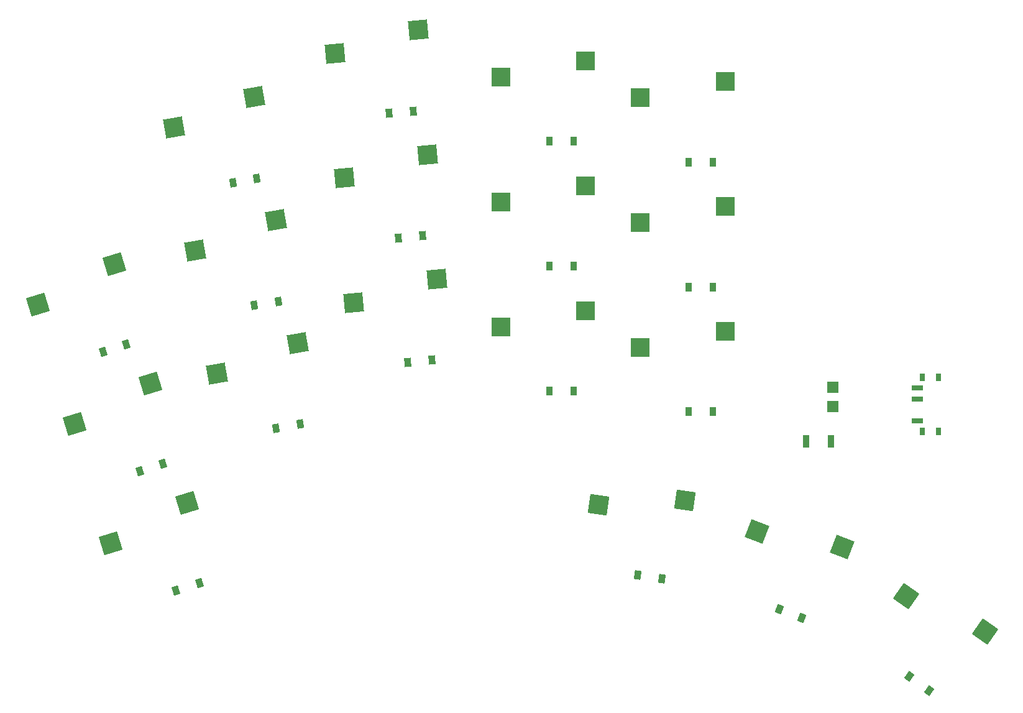
<source format=gbr>
%TF.GenerationSoftware,KiCad,Pcbnew,7.0.5*%
%TF.CreationDate,2024-04-29T22:33:29+02:00*%
%TF.ProjectId,porcupine,706f7263-7570-4696-9e65-2e6b69636164,v0.0.1*%
%TF.SameCoordinates,Original*%
%TF.FileFunction,Paste,Top*%
%TF.FilePolarity,Positive*%
%FSLAX46Y46*%
G04 Gerber Fmt 4.6, Leading zero omitted, Abs format (unit mm)*
G04 Created by KiCad (PCBNEW 7.0.5) date 2024-04-29 22:33:29*
%MOMM*%
%LPD*%
G01*
G04 APERTURE LIST*
G04 Aperture macros list*
%AMRotRect*
0 Rectangle, with rotation*
0 The origin of the aperture is its center*
0 $1 length*
0 $2 width*
0 $3 Rotation angle, in degrees counterclockwise*
0 Add horizontal line*
21,1,$1,$2,0,0,$3*%
G04 Aperture macros list end*
%ADD10RotRect,2.600000X2.600000X17.000000*%
%ADD11RotRect,2.600000X2.600000X10.000000*%
%ADD12RotRect,2.600000X2.600000X5.000000*%
%ADD13R,2.600000X2.600000*%
%ADD14RotRect,2.600000X2.600000X352.000000*%
%ADD15RotRect,2.600000X2.600000X339.000000*%
%ADD16RotRect,2.600000X2.600000X325.000000*%
%ADD17RotRect,0.900000X1.200000X17.000000*%
%ADD18RotRect,0.900000X1.200000X10.000000*%
%ADD19RotRect,0.900000X1.200000X5.000000*%
%ADD20R,0.900000X1.200000*%
%ADD21RotRect,0.900000X1.200000X352.000000*%
%ADD22RotRect,0.900000X1.200000X339.000000*%
%ADD23RotRect,0.900000X1.200000X325.000000*%
%ADD24R,1.500000X1.500000*%
%ADD25R,1.500000X0.700000*%
%ADD26R,0.800000X1.000000*%
%ADD27R,0.900000X1.700000*%
G04 APERTURE END LIST*
D10*
%TO.C,S1*%
X176421967Y-144095288D03*
X166019865Y-149576052D03*
%TD*%
%TO.C,S2*%
X171451648Y-127838107D03*
X161049546Y-133318871D03*
%TD*%
%TO.C,S3*%
X166481329Y-111580926D03*
X156079227Y-117061690D03*
%TD*%
D11*
%TO.C,S4*%
X191483187Y-122310093D03*
X180490683Y-126482307D03*
%TD*%
%TO.C,S5*%
X188531168Y-105568361D03*
X177538664Y-109740575D03*
%TD*%
%TO.C,S6*%
X185579149Y-88826629D03*
X174586645Y-92998843D03*
%TD*%
D12*
%TO.C,S7*%
X210447252Y-113608349D03*
X199132946Y-116806627D03*
%TD*%
%TO.C,S8*%
X209164844Y-96655608D03*
X197850538Y-99853886D03*
%TD*%
%TO.C,S9*%
X207882435Y-79702867D03*
X196568129Y-82901145D03*
%TD*%
D13*
%TO.C,S10*%
X230686087Y-117900184D03*
X219136087Y-120100184D03*
%TD*%
%TO.C,S11*%
X230686087Y-100900184D03*
X219136087Y-103100184D03*
%TD*%
%TO.C,S12*%
X230686087Y-83900184D03*
X219136087Y-86100184D03*
%TD*%
%TO.C,S13*%
X249686087Y-120733517D03*
X238136087Y-122933517D03*
%TD*%
%TO.C,S14*%
X249686087Y-103733517D03*
X238136087Y-105933517D03*
%TD*%
%TO.C,S15*%
X249686087Y-86733517D03*
X238136087Y-88933517D03*
%TD*%
D14*
%TO.C,S16*%
X244202504Y-143787609D03*
X232458727Y-144358749D03*
%TD*%
D15*
%TO.C,S17*%
X265616748Y-150091585D03*
X254045485Y-148006313D03*
%TD*%
D16*
%TO.C,S18*%
X285120928Y-161614655D03*
X274397853Y-156791982D03*
%TD*%
D17*
%TO.C,D1*%
X174913637Y-156006756D03*
X178069443Y-155041930D03*
%TD*%
%TO.C,D2*%
X169943318Y-139749575D03*
X173099124Y-138784749D03*
%TD*%
%TO.C,D3*%
X164972999Y-123492394D03*
X168128805Y-122527568D03*
%TD*%
D18*
%TO.C,D4*%
X188534455Y-133948954D03*
X191784321Y-133375916D03*
%TD*%
%TO.C,D5*%
X185582436Y-117207223D03*
X188832302Y-116634185D03*
%TD*%
%TO.C,D6*%
X182630417Y-100465491D03*
X185880283Y-99892453D03*
%TD*%
D19*
%TO.C,D7*%
X206495349Y-124945924D03*
X209782791Y-124658310D03*
%TD*%
%TO.C,D8*%
X205212940Y-107993183D03*
X208500382Y-107705569D03*
%TD*%
%TO.C,D9*%
X203930532Y-91040442D03*
X207217974Y-90752828D03*
%TD*%
D20*
%TO.C,D10*%
X225761087Y-128850184D03*
X229061087Y-128850184D03*
%TD*%
%TO.C,D11*%
X225761087Y-111850184D03*
X229061087Y-111850184D03*
%TD*%
%TO.C,D12*%
X225761087Y-94850184D03*
X229061087Y-94850184D03*
%TD*%
%TO.C,D13*%
X244761087Y-131683517D03*
X248061087Y-131683517D03*
%TD*%
%TO.C,D14*%
X244761087Y-114683517D03*
X248061087Y-114683517D03*
%TD*%
%TO.C,D15*%
X244761087Y-97683517D03*
X248061087Y-97683517D03*
%TD*%
D21*
%TO.C,D16*%
X237801489Y-153945617D03*
X241069373Y-154404889D03*
%TD*%
D22*
%TO.C,D17*%
X257094735Y-158549329D03*
X260175551Y-159731943D03*
%TD*%
D23*
%TO.C,D18*%
X274805942Y-167759506D03*
X277509144Y-169652308D03*
%TD*%
D24*
%TO.C,PAD1*%
X264411087Y-128383517D03*
%TD*%
%TO.C,PAD2*%
X264411087Y-130983517D03*
%TD*%
D25*
%TO.C,_3*%
X275881087Y-132933517D03*
X275881087Y-129933517D03*
X275881087Y-128433517D03*
D26*
X278741087Y-134333517D03*
X278741087Y-127033517D03*
X276531087Y-127033517D03*
X276531087Y-134333517D03*
%TD*%
D27*
%TO.C,_4_B*%
X264111087Y-135683517D03*
X260711087Y-135683517D03*
%TD*%
M02*

</source>
